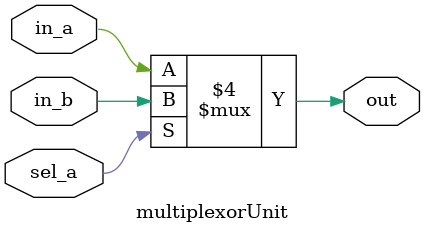
<source format=sv>
`timescale 1ns / 1ps


module multiplexorUnit(
    output logic out,

    input logic in_a,
    input logic in_b,
    input logic sel_a
    );

    always_comb begin : mux
        if (sel_a== 1) out= in_b;
        else out= in_a;
    end

endmodule

</source>
